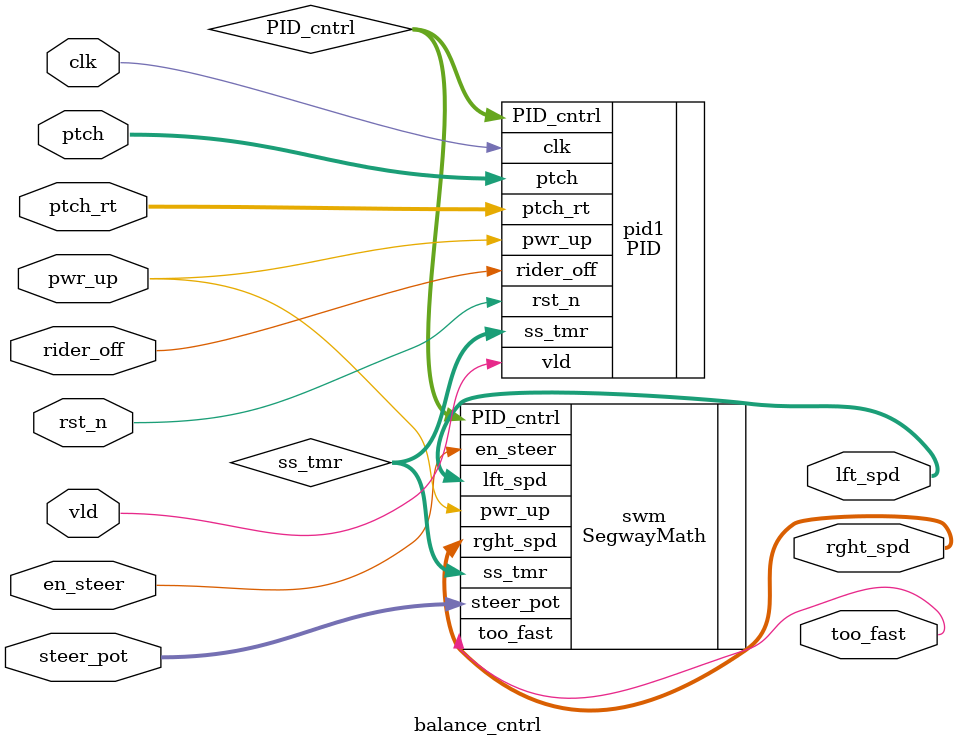
<source format=sv>
module balance_cntrl(clk, rst_n, vld, ptch, ptch_rt, pwr_up, rider_off, steer_pot, en_steer, lft_spd, rght_spd, too_fast);

parameter fast_sim = 1;


input clk, rst_n, vld, rider_off, en_steer, pwr_up;
input [15:0]ptch, ptch_rt;
input [11:0]steer_pot;

output [11:0]lft_spd, rght_spd;
output too_fast;

wire [11:0]PID_cntrl;
wire [7:0]ss_tmr;

PID #(fast_sim) pid1(.clk, .rst_n, .vld, .pwr_up, .rider_off, .ptch, .ptch_rt, .PID_cntrl, .ss_tmr);

SegwayMath swm(.PID_cntrl, .ss_tmr, .steer_pot, .en_steer, .pwr_up, .lft_spd, .rght_spd, .too_fast);

endmodule
</source>
